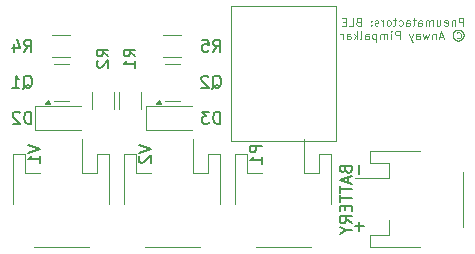
<source format=gbr>
%TF.GenerationSoftware,KiCad,Pcbnew,9.0.1*%
%TF.CreationDate,2025-04-11T12:26:54-04:00*%
%TF.ProjectId,Pneumatactors_1Xiao_CompactControl_Battery,506e6575-6d61-4746-9163-746f72735f31,rev?*%
%TF.SameCoordinates,Original*%
%TF.FileFunction,Legend,Bot*%
%TF.FilePolarity,Positive*%
%FSLAX46Y46*%
G04 Gerber Fmt 4.6, Leading zero omitted, Abs format (unit mm)*
G04 Created by KiCad (PCBNEW 9.0.1) date 2025-04-11 12:26:54*
%MOMM*%
%LPD*%
G01*
G04 APERTURE LIST*
%ADD10C,0.150000*%
%ADD11C,0.100000*%
%ADD12C,0.120000*%
G04 APERTURE END LIST*
D10*
X27158819Y-32722476D02*
X28158819Y-33055809D01*
X28158819Y-33055809D02*
X27158819Y-33389142D01*
X27254057Y-33674857D02*
X27206438Y-33722476D01*
X27206438Y-33722476D02*
X27158819Y-33817714D01*
X27158819Y-33817714D02*
X27158819Y-34055809D01*
X27158819Y-34055809D02*
X27206438Y-34151047D01*
X27206438Y-34151047D02*
X27254057Y-34198666D01*
X27254057Y-34198666D02*
X27349295Y-34246285D01*
X27349295Y-34246285D02*
X27444533Y-34246285D01*
X27444533Y-34246285D02*
X27587390Y-34198666D01*
X27587390Y-34198666D02*
X28158819Y-33627238D01*
X28158819Y-33627238D02*
X28158819Y-34246285D01*
X37556819Y-32793905D02*
X36556819Y-32793905D01*
X36556819Y-32793905D02*
X36556819Y-33174857D01*
X36556819Y-33174857D02*
X36604438Y-33270095D01*
X36604438Y-33270095D02*
X36652057Y-33317714D01*
X36652057Y-33317714D02*
X36747295Y-33365333D01*
X36747295Y-33365333D02*
X36890152Y-33365333D01*
X36890152Y-33365333D02*
X36985390Y-33317714D01*
X36985390Y-33317714D02*
X37033009Y-33270095D01*
X37033009Y-33270095D02*
X37080628Y-33174857D01*
X37080628Y-33174857D02*
X37080628Y-32793905D01*
X37556819Y-34317714D02*
X37556819Y-33746286D01*
X37556819Y-34032000D02*
X36556819Y-34032000D01*
X36556819Y-34032000D02*
X36699676Y-33936762D01*
X36699676Y-33936762D02*
X36794914Y-33841524D01*
X36794914Y-33841524D02*
X36842533Y-33746286D01*
X45811866Y-40008951D02*
X45811866Y-39247047D01*
X46192819Y-39627999D02*
X45430914Y-39627999D01*
X45811866Y-35182951D02*
X45811866Y-34421047D01*
X44653009Y-34841999D02*
X44700628Y-34984856D01*
X44700628Y-34984856D02*
X44748247Y-35032475D01*
X44748247Y-35032475D02*
X44843485Y-35080094D01*
X44843485Y-35080094D02*
X44986342Y-35080094D01*
X44986342Y-35080094D02*
X45081580Y-35032475D01*
X45081580Y-35032475D02*
X45129200Y-34984856D01*
X45129200Y-34984856D02*
X45176819Y-34889618D01*
X45176819Y-34889618D02*
X45176819Y-34508666D01*
X45176819Y-34508666D02*
X44176819Y-34508666D01*
X44176819Y-34508666D02*
X44176819Y-34841999D01*
X44176819Y-34841999D02*
X44224438Y-34937237D01*
X44224438Y-34937237D02*
X44272057Y-34984856D01*
X44272057Y-34984856D02*
X44367295Y-35032475D01*
X44367295Y-35032475D02*
X44462533Y-35032475D01*
X44462533Y-35032475D02*
X44557771Y-34984856D01*
X44557771Y-34984856D02*
X44605390Y-34937237D01*
X44605390Y-34937237D02*
X44653009Y-34841999D01*
X44653009Y-34841999D02*
X44653009Y-34508666D01*
X44891104Y-35461047D02*
X44891104Y-35937237D01*
X45176819Y-35365809D02*
X44176819Y-35699142D01*
X44176819Y-35699142D02*
X45176819Y-36032475D01*
X44176819Y-36222952D02*
X44176819Y-36794380D01*
X45176819Y-36508666D02*
X44176819Y-36508666D01*
X44176819Y-36984857D02*
X44176819Y-37556285D01*
X45176819Y-37270571D02*
X44176819Y-37270571D01*
X44653009Y-37889619D02*
X44653009Y-38222952D01*
X45176819Y-38365809D02*
X45176819Y-37889619D01*
X45176819Y-37889619D02*
X44176819Y-37889619D01*
X44176819Y-37889619D02*
X44176819Y-38365809D01*
X45176819Y-39365809D02*
X44700628Y-39032476D01*
X45176819Y-38794381D02*
X44176819Y-38794381D01*
X44176819Y-38794381D02*
X44176819Y-39175333D01*
X44176819Y-39175333D02*
X44224438Y-39270571D01*
X44224438Y-39270571D02*
X44272057Y-39318190D01*
X44272057Y-39318190D02*
X44367295Y-39365809D01*
X44367295Y-39365809D02*
X44510152Y-39365809D01*
X44510152Y-39365809D02*
X44605390Y-39318190D01*
X44605390Y-39318190D02*
X44653009Y-39270571D01*
X44653009Y-39270571D02*
X44700628Y-39175333D01*
X44700628Y-39175333D02*
X44700628Y-38794381D01*
X44700628Y-39984857D02*
X45176819Y-39984857D01*
X44176819Y-39651524D02*
X44700628Y-39984857D01*
X44700628Y-39984857D02*
X44176819Y-40318190D01*
D11*
X54631544Y-22658172D02*
X54631544Y-21958172D01*
X54631544Y-21958172D02*
X54364877Y-21958172D01*
X54364877Y-21958172D02*
X54298211Y-21991505D01*
X54298211Y-21991505D02*
X54264877Y-22024839D01*
X54264877Y-22024839D02*
X54231544Y-22091505D01*
X54231544Y-22091505D02*
X54231544Y-22191505D01*
X54231544Y-22191505D02*
X54264877Y-22258172D01*
X54264877Y-22258172D02*
X54298211Y-22291505D01*
X54298211Y-22291505D02*
X54364877Y-22324839D01*
X54364877Y-22324839D02*
X54631544Y-22324839D01*
X53931544Y-22191505D02*
X53931544Y-22658172D01*
X53931544Y-22258172D02*
X53898211Y-22224839D01*
X53898211Y-22224839D02*
X53831544Y-22191505D01*
X53831544Y-22191505D02*
X53731544Y-22191505D01*
X53731544Y-22191505D02*
X53664877Y-22224839D01*
X53664877Y-22224839D02*
X53631544Y-22291505D01*
X53631544Y-22291505D02*
X53631544Y-22658172D01*
X53031544Y-22624839D02*
X53098211Y-22658172D01*
X53098211Y-22658172D02*
X53231544Y-22658172D01*
X53231544Y-22658172D02*
X53298211Y-22624839D01*
X53298211Y-22624839D02*
X53331544Y-22558172D01*
X53331544Y-22558172D02*
X53331544Y-22291505D01*
X53331544Y-22291505D02*
X53298211Y-22224839D01*
X53298211Y-22224839D02*
X53231544Y-22191505D01*
X53231544Y-22191505D02*
X53098211Y-22191505D01*
X53098211Y-22191505D02*
X53031544Y-22224839D01*
X53031544Y-22224839D02*
X52998211Y-22291505D01*
X52998211Y-22291505D02*
X52998211Y-22358172D01*
X52998211Y-22358172D02*
X53331544Y-22424839D01*
X52398211Y-22191505D02*
X52398211Y-22658172D01*
X52698211Y-22191505D02*
X52698211Y-22558172D01*
X52698211Y-22558172D02*
X52664878Y-22624839D01*
X52664878Y-22624839D02*
X52598211Y-22658172D01*
X52598211Y-22658172D02*
X52498211Y-22658172D01*
X52498211Y-22658172D02*
X52431544Y-22624839D01*
X52431544Y-22624839D02*
X52398211Y-22591505D01*
X52064878Y-22658172D02*
X52064878Y-22191505D01*
X52064878Y-22258172D02*
X52031545Y-22224839D01*
X52031545Y-22224839D02*
X51964878Y-22191505D01*
X51964878Y-22191505D02*
X51864878Y-22191505D01*
X51864878Y-22191505D02*
X51798211Y-22224839D01*
X51798211Y-22224839D02*
X51764878Y-22291505D01*
X51764878Y-22291505D02*
X51764878Y-22658172D01*
X51764878Y-22291505D02*
X51731545Y-22224839D01*
X51731545Y-22224839D02*
X51664878Y-22191505D01*
X51664878Y-22191505D02*
X51564878Y-22191505D01*
X51564878Y-22191505D02*
X51498211Y-22224839D01*
X51498211Y-22224839D02*
X51464878Y-22291505D01*
X51464878Y-22291505D02*
X51464878Y-22658172D01*
X50831545Y-22658172D02*
X50831545Y-22291505D01*
X50831545Y-22291505D02*
X50864878Y-22224839D01*
X50864878Y-22224839D02*
X50931545Y-22191505D01*
X50931545Y-22191505D02*
X51064878Y-22191505D01*
X51064878Y-22191505D02*
X51131545Y-22224839D01*
X50831545Y-22624839D02*
X50898212Y-22658172D01*
X50898212Y-22658172D02*
X51064878Y-22658172D01*
X51064878Y-22658172D02*
X51131545Y-22624839D01*
X51131545Y-22624839D02*
X51164878Y-22558172D01*
X51164878Y-22558172D02*
X51164878Y-22491505D01*
X51164878Y-22491505D02*
X51131545Y-22424839D01*
X51131545Y-22424839D02*
X51064878Y-22391505D01*
X51064878Y-22391505D02*
X50898212Y-22391505D01*
X50898212Y-22391505D02*
X50831545Y-22358172D01*
X50598212Y-22191505D02*
X50331545Y-22191505D01*
X50498212Y-21958172D02*
X50498212Y-22558172D01*
X50498212Y-22558172D02*
X50464879Y-22624839D01*
X50464879Y-22624839D02*
X50398212Y-22658172D01*
X50398212Y-22658172D02*
X50331545Y-22658172D01*
X49798212Y-22658172D02*
X49798212Y-22291505D01*
X49798212Y-22291505D02*
X49831545Y-22224839D01*
X49831545Y-22224839D02*
X49898212Y-22191505D01*
X49898212Y-22191505D02*
X50031545Y-22191505D01*
X50031545Y-22191505D02*
X50098212Y-22224839D01*
X49798212Y-22624839D02*
X49864879Y-22658172D01*
X49864879Y-22658172D02*
X50031545Y-22658172D01*
X50031545Y-22658172D02*
X50098212Y-22624839D01*
X50098212Y-22624839D02*
X50131545Y-22558172D01*
X50131545Y-22558172D02*
X50131545Y-22491505D01*
X50131545Y-22491505D02*
X50098212Y-22424839D01*
X50098212Y-22424839D02*
X50031545Y-22391505D01*
X50031545Y-22391505D02*
X49864879Y-22391505D01*
X49864879Y-22391505D02*
X49798212Y-22358172D01*
X49164879Y-22624839D02*
X49231546Y-22658172D01*
X49231546Y-22658172D02*
X49364879Y-22658172D01*
X49364879Y-22658172D02*
X49431546Y-22624839D01*
X49431546Y-22624839D02*
X49464879Y-22591505D01*
X49464879Y-22591505D02*
X49498212Y-22524839D01*
X49498212Y-22524839D02*
X49498212Y-22324839D01*
X49498212Y-22324839D02*
X49464879Y-22258172D01*
X49464879Y-22258172D02*
X49431546Y-22224839D01*
X49431546Y-22224839D02*
X49364879Y-22191505D01*
X49364879Y-22191505D02*
X49231546Y-22191505D01*
X49231546Y-22191505D02*
X49164879Y-22224839D01*
X48964879Y-22191505D02*
X48698212Y-22191505D01*
X48864879Y-21958172D02*
X48864879Y-22558172D01*
X48864879Y-22558172D02*
X48831546Y-22624839D01*
X48831546Y-22624839D02*
X48764879Y-22658172D01*
X48764879Y-22658172D02*
X48698212Y-22658172D01*
X48364879Y-22658172D02*
X48431546Y-22624839D01*
X48431546Y-22624839D02*
X48464879Y-22591505D01*
X48464879Y-22591505D02*
X48498212Y-22524839D01*
X48498212Y-22524839D02*
X48498212Y-22324839D01*
X48498212Y-22324839D02*
X48464879Y-22258172D01*
X48464879Y-22258172D02*
X48431546Y-22224839D01*
X48431546Y-22224839D02*
X48364879Y-22191505D01*
X48364879Y-22191505D02*
X48264879Y-22191505D01*
X48264879Y-22191505D02*
X48198212Y-22224839D01*
X48198212Y-22224839D02*
X48164879Y-22258172D01*
X48164879Y-22258172D02*
X48131546Y-22324839D01*
X48131546Y-22324839D02*
X48131546Y-22524839D01*
X48131546Y-22524839D02*
X48164879Y-22591505D01*
X48164879Y-22591505D02*
X48198212Y-22624839D01*
X48198212Y-22624839D02*
X48264879Y-22658172D01*
X48264879Y-22658172D02*
X48364879Y-22658172D01*
X47831546Y-22658172D02*
X47831546Y-22191505D01*
X47831546Y-22324839D02*
X47798213Y-22258172D01*
X47798213Y-22258172D02*
X47764879Y-22224839D01*
X47764879Y-22224839D02*
X47698213Y-22191505D01*
X47698213Y-22191505D02*
X47631546Y-22191505D01*
X47431546Y-22624839D02*
X47364880Y-22658172D01*
X47364880Y-22658172D02*
X47231546Y-22658172D01*
X47231546Y-22658172D02*
X47164880Y-22624839D01*
X47164880Y-22624839D02*
X47131546Y-22558172D01*
X47131546Y-22558172D02*
X47131546Y-22524839D01*
X47131546Y-22524839D02*
X47164880Y-22458172D01*
X47164880Y-22458172D02*
X47231546Y-22424839D01*
X47231546Y-22424839D02*
X47331546Y-22424839D01*
X47331546Y-22424839D02*
X47398213Y-22391505D01*
X47398213Y-22391505D02*
X47431546Y-22324839D01*
X47431546Y-22324839D02*
X47431546Y-22291505D01*
X47431546Y-22291505D02*
X47398213Y-22224839D01*
X47398213Y-22224839D02*
X47331546Y-22191505D01*
X47331546Y-22191505D02*
X47231546Y-22191505D01*
X47231546Y-22191505D02*
X47164880Y-22224839D01*
X46831546Y-22591505D02*
X46798213Y-22624839D01*
X46798213Y-22624839D02*
X46831546Y-22658172D01*
X46831546Y-22658172D02*
X46864879Y-22624839D01*
X46864879Y-22624839D02*
X46831546Y-22591505D01*
X46831546Y-22591505D02*
X46831546Y-22658172D01*
X46831546Y-22224839D02*
X46798213Y-22258172D01*
X46798213Y-22258172D02*
X46831546Y-22291505D01*
X46831546Y-22291505D02*
X46864879Y-22258172D01*
X46864879Y-22258172D02*
X46831546Y-22224839D01*
X46831546Y-22224839D02*
X46831546Y-22291505D01*
X45731547Y-22291505D02*
X45631547Y-22324839D01*
X45631547Y-22324839D02*
X45598213Y-22358172D01*
X45598213Y-22358172D02*
X45564880Y-22424839D01*
X45564880Y-22424839D02*
X45564880Y-22524839D01*
X45564880Y-22524839D02*
X45598213Y-22591505D01*
X45598213Y-22591505D02*
X45631547Y-22624839D01*
X45631547Y-22624839D02*
X45698213Y-22658172D01*
X45698213Y-22658172D02*
X45964880Y-22658172D01*
X45964880Y-22658172D02*
X45964880Y-21958172D01*
X45964880Y-21958172D02*
X45731547Y-21958172D01*
X45731547Y-21958172D02*
X45664880Y-21991505D01*
X45664880Y-21991505D02*
X45631547Y-22024839D01*
X45631547Y-22024839D02*
X45598213Y-22091505D01*
X45598213Y-22091505D02*
X45598213Y-22158172D01*
X45598213Y-22158172D02*
X45631547Y-22224839D01*
X45631547Y-22224839D02*
X45664880Y-22258172D01*
X45664880Y-22258172D02*
X45731547Y-22291505D01*
X45731547Y-22291505D02*
X45964880Y-22291505D01*
X44931547Y-22658172D02*
X45264880Y-22658172D01*
X45264880Y-22658172D02*
X45264880Y-21958172D01*
X44698213Y-22291505D02*
X44464880Y-22291505D01*
X44364880Y-22658172D02*
X44698213Y-22658172D01*
X44698213Y-22658172D02*
X44698213Y-21958172D01*
X44698213Y-21958172D02*
X44364880Y-21958172D01*
X54064877Y-23251800D02*
X54131544Y-23218466D01*
X54131544Y-23218466D02*
X54264877Y-23218466D01*
X54264877Y-23218466D02*
X54331544Y-23251800D01*
X54331544Y-23251800D02*
X54398211Y-23318466D01*
X54398211Y-23318466D02*
X54431544Y-23385133D01*
X54431544Y-23385133D02*
X54431544Y-23518466D01*
X54431544Y-23518466D02*
X54398211Y-23585133D01*
X54398211Y-23585133D02*
X54331544Y-23651800D01*
X54331544Y-23651800D02*
X54264877Y-23685133D01*
X54264877Y-23685133D02*
X54131544Y-23685133D01*
X54131544Y-23685133D02*
X54064877Y-23651800D01*
X54198211Y-22985133D02*
X54364877Y-23018466D01*
X54364877Y-23018466D02*
X54531544Y-23118466D01*
X54531544Y-23118466D02*
X54631544Y-23285133D01*
X54631544Y-23285133D02*
X54664877Y-23451800D01*
X54664877Y-23451800D02*
X54631544Y-23618466D01*
X54631544Y-23618466D02*
X54531544Y-23785133D01*
X54531544Y-23785133D02*
X54364877Y-23885133D01*
X54364877Y-23885133D02*
X54198211Y-23918466D01*
X54198211Y-23918466D02*
X54031544Y-23885133D01*
X54031544Y-23885133D02*
X53864877Y-23785133D01*
X53864877Y-23785133D02*
X53764877Y-23618466D01*
X53764877Y-23618466D02*
X53731544Y-23451800D01*
X53731544Y-23451800D02*
X53764877Y-23285133D01*
X53764877Y-23285133D02*
X53864877Y-23118466D01*
X53864877Y-23118466D02*
X54031544Y-23018466D01*
X54031544Y-23018466D02*
X54198211Y-22985133D01*
X52931544Y-23585133D02*
X52598211Y-23585133D01*
X52998211Y-23785133D02*
X52764878Y-23085133D01*
X52764878Y-23085133D02*
X52531544Y-23785133D01*
X52298211Y-23318466D02*
X52298211Y-23785133D01*
X52298211Y-23385133D02*
X52264878Y-23351800D01*
X52264878Y-23351800D02*
X52198211Y-23318466D01*
X52198211Y-23318466D02*
X52098211Y-23318466D01*
X52098211Y-23318466D02*
X52031544Y-23351800D01*
X52031544Y-23351800D02*
X51998211Y-23418466D01*
X51998211Y-23418466D02*
X51998211Y-23785133D01*
X51731545Y-23318466D02*
X51598211Y-23785133D01*
X51598211Y-23785133D02*
X51464878Y-23451800D01*
X51464878Y-23451800D02*
X51331545Y-23785133D01*
X51331545Y-23785133D02*
X51198211Y-23318466D01*
X50631545Y-23785133D02*
X50631545Y-23418466D01*
X50631545Y-23418466D02*
X50664878Y-23351800D01*
X50664878Y-23351800D02*
X50731545Y-23318466D01*
X50731545Y-23318466D02*
X50864878Y-23318466D01*
X50864878Y-23318466D02*
X50931545Y-23351800D01*
X50631545Y-23751800D02*
X50698212Y-23785133D01*
X50698212Y-23785133D02*
X50864878Y-23785133D01*
X50864878Y-23785133D02*
X50931545Y-23751800D01*
X50931545Y-23751800D02*
X50964878Y-23685133D01*
X50964878Y-23685133D02*
X50964878Y-23618466D01*
X50964878Y-23618466D02*
X50931545Y-23551800D01*
X50931545Y-23551800D02*
X50864878Y-23518466D01*
X50864878Y-23518466D02*
X50698212Y-23518466D01*
X50698212Y-23518466D02*
X50631545Y-23485133D01*
X50364879Y-23318466D02*
X50198212Y-23785133D01*
X50031545Y-23318466D02*
X50198212Y-23785133D01*
X50198212Y-23785133D02*
X50264879Y-23951800D01*
X50264879Y-23951800D02*
X50298212Y-23985133D01*
X50298212Y-23985133D02*
X50364879Y-24018466D01*
X49231546Y-23785133D02*
X49231546Y-23085133D01*
X49231546Y-23085133D02*
X48964879Y-23085133D01*
X48964879Y-23085133D02*
X48898213Y-23118466D01*
X48898213Y-23118466D02*
X48864879Y-23151800D01*
X48864879Y-23151800D02*
X48831546Y-23218466D01*
X48831546Y-23218466D02*
X48831546Y-23318466D01*
X48831546Y-23318466D02*
X48864879Y-23385133D01*
X48864879Y-23385133D02*
X48898213Y-23418466D01*
X48898213Y-23418466D02*
X48964879Y-23451800D01*
X48964879Y-23451800D02*
X49231546Y-23451800D01*
X48531546Y-23785133D02*
X48531546Y-23318466D01*
X48531546Y-23085133D02*
X48564879Y-23118466D01*
X48564879Y-23118466D02*
X48531546Y-23151800D01*
X48531546Y-23151800D02*
X48498213Y-23118466D01*
X48498213Y-23118466D02*
X48531546Y-23085133D01*
X48531546Y-23085133D02*
X48531546Y-23151800D01*
X48198213Y-23785133D02*
X48198213Y-23318466D01*
X48198213Y-23385133D02*
X48164880Y-23351800D01*
X48164880Y-23351800D02*
X48098213Y-23318466D01*
X48098213Y-23318466D02*
X47998213Y-23318466D01*
X47998213Y-23318466D02*
X47931546Y-23351800D01*
X47931546Y-23351800D02*
X47898213Y-23418466D01*
X47898213Y-23418466D02*
X47898213Y-23785133D01*
X47898213Y-23418466D02*
X47864880Y-23351800D01*
X47864880Y-23351800D02*
X47798213Y-23318466D01*
X47798213Y-23318466D02*
X47698213Y-23318466D01*
X47698213Y-23318466D02*
X47631546Y-23351800D01*
X47631546Y-23351800D02*
X47598213Y-23418466D01*
X47598213Y-23418466D02*
X47598213Y-23785133D01*
X47264880Y-23318466D02*
X47264880Y-24018466D01*
X47264880Y-23351800D02*
X47198213Y-23318466D01*
X47198213Y-23318466D02*
X47064880Y-23318466D01*
X47064880Y-23318466D02*
X46998213Y-23351800D01*
X46998213Y-23351800D02*
X46964880Y-23385133D01*
X46964880Y-23385133D02*
X46931547Y-23451800D01*
X46931547Y-23451800D02*
X46931547Y-23651800D01*
X46931547Y-23651800D02*
X46964880Y-23718466D01*
X46964880Y-23718466D02*
X46998213Y-23751800D01*
X46998213Y-23751800D02*
X47064880Y-23785133D01*
X47064880Y-23785133D02*
X47198213Y-23785133D01*
X47198213Y-23785133D02*
X47264880Y-23751800D01*
X46331547Y-23785133D02*
X46331547Y-23418466D01*
X46331547Y-23418466D02*
X46364880Y-23351800D01*
X46364880Y-23351800D02*
X46431547Y-23318466D01*
X46431547Y-23318466D02*
X46564880Y-23318466D01*
X46564880Y-23318466D02*
X46631547Y-23351800D01*
X46331547Y-23751800D02*
X46398214Y-23785133D01*
X46398214Y-23785133D02*
X46564880Y-23785133D01*
X46564880Y-23785133D02*
X46631547Y-23751800D01*
X46631547Y-23751800D02*
X46664880Y-23685133D01*
X46664880Y-23685133D02*
X46664880Y-23618466D01*
X46664880Y-23618466D02*
X46631547Y-23551800D01*
X46631547Y-23551800D02*
X46564880Y-23518466D01*
X46564880Y-23518466D02*
X46398214Y-23518466D01*
X46398214Y-23518466D02*
X46331547Y-23485133D01*
X45898214Y-23785133D02*
X45964881Y-23751800D01*
X45964881Y-23751800D02*
X45998214Y-23685133D01*
X45998214Y-23685133D02*
X45998214Y-23085133D01*
X45631547Y-23785133D02*
X45631547Y-23085133D01*
X45564880Y-23518466D02*
X45364880Y-23785133D01*
X45364880Y-23318466D02*
X45631547Y-23585133D01*
X44764880Y-23785133D02*
X44764880Y-23418466D01*
X44764880Y-23418466D02*
X44798213Y-23351800D01*
X44798213Y-23351800D02*
X44864880Y-23318466D01*
X44864880Y-23318466D02*
X44998213Y-23318466D01*
X44998213Y-23318466D02*
X45064880Y-23351800D01*
X44764880Y-23751800D02*
X44831547Y-23785133D01*
X44831547Y-23785133D02*
X44998213Y-23785133D01*
X44998213Y-23785133D02*
X45064880Y-23751800D01*
X45064880Y-23751800D02*
X45098213Y-23685133D01*
X45098213Y-23685133D02*
X45098213Y-23618466D01*
X45098213Y-23618466D02*
X45064880Y-23551800D01*
X45064880Y-23551800D02*
X44998213Y-23518466D01*
X44998213Y-23518466D02*
X44831547Y-23518466D01*
X44831547Y-23518466D02*
X44764880Y-23485133D01*
X44431547Y-23785133D02*
X44431547Y-23318466D01*
X44431547Y-23451800D02*
X44398214Y-23385133D01*
X44398214Y-23385133D02*
X44364880Y-23351800D01*
X44364880Y-23351800D02*
X44298214Y-23318466D01*
X44298214Y-23318466D02*
X44231547Y-23318466D01*
D10*
X17760819Y-32722476D02*
X18760819Y-33055809D01*
X18760819Y-33055809D02*
X17760819Y-33389142D01*
X18760819Y-34246285D02*
X18760819Y-33674857D01*
X18760819Y-33960571D02*
X17760819Y-33960571D01*
X17760819Y-33960571D02*
X17903676Y-33865333D01*
X17903676Y-33865333D02*
X17998914Y-33770095D01*
X17998914Y-33770095D02*
X18046533Y-33674857D01*
X33369238Y-27982057D02*
X33464476Y-27934438D01*
X33464476Y-27934438D02*
X33559714Y-27839200D01*
X33559714Y-27839200D02*
X33702571Y-27696342D01*
X33702571Y-27696342D02*
X33797809Y-27648723D01*
X33797809Y-27648723D02*
X33893047Y-27648723D01*
X33845428Y-27886819D02*
X33940666Y-27839200D01*
X33940666Y-27839200D02*
X34035904Y-27743961D01*
X34035904Y-27743961D02*
X34083523Y-27553485D01*
X34083523Y-27553485D02*
X34083523Y-27220152D01*
X34083523Y-27220152D02*
X34035904Y-27029676D01*
X34035904Y-27029676D02*
X33940666Y-26934438D01*
X33940666Y-26934438D02*
X33845428Y-26886819D01*
X33845428Y-26886819D02*
X33654952Y-26886819D01*
X33654952Y-26886819D02*
X33559714Y-26934438D01*
X33559714Y-26934438D02*
X33464476Y-27029676D01*
X33464476Y-27029676D02*
X33416857Y-27220152D01*
X33416857Y-27220152D02*
X33416857Y-27553485D01*
X33416857Y-27553485D02*
X33464476Y-27743961D01*
X33464476Y-27743961D02*
X33559714Y-27839200D01*
X33559714Y-27839200D02*
X33654952Y-27886819D01*
X33654952Y-27886819D02*
X33845428Y-27886819D01*
X33035904Y-26982057D02*
X32988285Y-26934438D01*
X32988285Y-26934438D02*
X32893047Y-26886819D01*
X32893047Y-26886819D02*
X32654952Y-26886819D01*
X32654952Y-26886819D02*
X32559714Y-26934438D01*
X32559714Y-26934438D02*
X32512095Y-26982057D01*
X32512095Y-26982057D02*
X32464476Y-27077295D01*
X32464476Y-27077295D02*
X32464476Y-27172533D01*
X32464476Y-27172533D02*
X32512095Y-27315390D01*
X32512095Y-27315390D02*
X33083523Y-27886819D01*
X33083523Y-27886819D02*
X32464476Y-27886819D01*
X26870819Y-25233333D02*
X26394628Y-24900000D01*
X26870819Y-24661905D02*
X25870819Y-24661905D01*
X25870819Y-24661905D02*
X25870819Y-25042857D01*
X25870819Y-25042857D02*
X25918438Y-25138095D01*
X25918438Y-25138095D02*
X25966057Y-25185714D01*
X25966057Y-25185714D02*
X26061295Y-25233333D01*
X26061295Y-25233333D02*
X26204152Y-25233333D01*
X26204152Y-25233333D02*
X26299390Y-25185714D01*
X26299390Y-25185714D02*
X26347009Y-25138095D01*
X26347009Y-25138095D02*
X26394628Y-25042857D01*
X26394628Y-25042857D02*
X26394628Y-24661905D01*
X26870819Y-26185714D02*
X26870819Y-25614286D01*
X26870819Y-25900000D02*
X25870819Y-25900000D01*
X25870819Y-25900000D02*
X26013676Y-25804762D01*
X26013676Y-25804762D02*
X26108914Y-25709524D01*
X26108914Y-25709524D02*
X26156533Y-25614286D01*
X33440666Y-24838819D02*
X33773999Y-24362628D01*
X34012094Y-24838819D02*
X34012094Y-23838819D01*
X34012094Y-23838819D02*
X33631142Y-23838819D01*
X33631142Y-23838819D02*
X33535904Y-23886438D01*
X33535904Y-23886438D02*
X33488285Y-23934057D01*
X33488285Y-23934057D02*
X33440666Y-24029295D01*
X33440666Y-24029295D02*
X33440666Y-24172152D01*
X33440666Y-24172152D02*
X33488285Y-24267390D01*
X33488285Y-24267390D02*
X33535904Y-24315009D01*
X33535904Y-24315009D02*
X33631142Y-24362628D01*
X33631142Y-24362628D02*
X34012094Y-24362628D01*
X32535904Y-23838819D02*
X33012094Y-23838819D01*
X33012094Y-23838819D02*
X33059713Y-24315009D01*
X33059713Y-24315009D02*
X33012094Y-24267390D01*
X33012094Y-24267390D02*
X32916856Y-24219771D01*
X32916856Y-24219771D02*
X32678761Y-24219771D01*
X32678761Y-24219771D02*
X32583523Y-24267390D01*
X32583523Y-24267390D02*
X32535904Y-24315009D01*
X32535904Y-24315009D02*
X32488285Y-24410247D01*
X32488285Y-24410247D02*
X32488285Y-24648342D01*
X32488285Y-24648342D02*
X32535904Y-24743580D01*
X32535904Y-24743580D02*
X32583523Y-24791200D01*
X32583523Y-24791200D02*
X32678761Y-24838819D01*
X32678761Y-24838819D02*
X32916856Y-24838819D01*
X32916856Y-24838819D02*
X33012094Y-24791200D01*
X33012094Y-24791200D02*
X33059713Y-24743580D01*
X17367238Y-27982057D02*
X17462476Y-27934438D01*
X17462476Y-27934438D02*
X17557714Y-27839200D01*
X17557714Y-27839200D02*
X17700571Y-27696342D01*
X17700571Y-27696342D02*
X17795809Y-27648723D01*
X17795809Y-27648723D02*
X17891047Y-27648723D01*
X17843428Y-27886819D02*
X17938666Y-27839200D01*
X17938666Y-27839200D02*
X18033904Y-27743961D01*
X18033904Y-27743961D02*
X18081523Y-27553485D01*
X18081523Y-27553485D02*
X18081523Y-27220152D01*
X18081523Y-27220152D02*
X18033904Y-27029676D01*
X18033904Y-27029676D02*
X17938666Y-26934438D01*
X17938666Y-26934438D02*
X17843428Y-26886819D01*
X17843428Y-26886819D02*
X17652952Y-26886819D01*
X17652952Y-26886819D02*
X17557714Y-26934438D01*
X17557714Y-26934438D02*
X17462476Y-27029676D01*
X17462476Y-27029676D02*
X17414857Y-27220152D01*
X17414857Y-27220152D02*
X17414857Y-27553485D01*
X17414857Y-27553485D02*
X17462476Y-27743961D01*
X17462476Y-27743961D02*
X17557714Y-27839200D01*
X17557714Y-27839200D02*
X17652952Y-27886819D01*
X17652952Y-27886819D02*
X17843428Y-27886819D01*
X16462476Y-27886819D02*
X17033904Y-27886819D01*
X16748190Y-27886819D02*
X16748190Y-26886819D01*
X16748190Y-26886819D02*
X16843428Y-27029676D01*
X16843428Y-27029676D02*
X16938666Y-27124914D01*
X16938666Y-27124914D02*
X17033904Y-27172533D01*
X18010094Y-30934819D02*
X18010094Y-29934819D01*
X18010094Y-29934819D02*
X17771999Y-29934819D01*
X17771999Y-29934819D02*
X17629142Y-29982438D01*
X17629142Y-29982438D02*
X17533904Y-30077676D01*
X17533904Y-30077676D02*
X17486285Y-30172914D01*
X17486285Y-30172914D02*
X17438666Y-30363390D01*
X17438666Y-30363390D02*
X17438666Y-30506247D01*
X17438666Y-30506247D02*
X17486285Y-30696723D01*
X17486285Y-30696723D02*
X17533904Y-30791961D01*
X17533904Y-30791961D02*
X17629142Y-30887200D01*
X17629142Y-30887200D02*
X17771999Y-30934819D01*
X17771999Y-30934819D02*
X18010094Y-30934819D01*
X17057713Y-30030057D02*
X17010094Y-29982438D01*
X17010094Y-29982438D02*
X16914856Y-29934819D01*
X16914856Y-29934819D02*
X16676761Y-29934819D01*
X16676761Y-29934819D02*
X16581523Y-29982438D01*
X16581523Y-29982438D02*
X16533904Y-30030057D01*
X16533904Y-30030057D02*
X16486285Y-30125295D01*
X16486285Y-30125295D02*
X16486285Y-30220533D01*
X16486285Y-30220533D02*
X16533904Y-30363390D01*
X16533904Y-30363390D02*
X17105332Y-30934819D01*
X17105332Y-30934819D02*
X16486285Y-30934819D01*
X34012094Y-30934819D02*
X34012094Y-29934819D01*
X34012094Y-29934819D02*
X33773999Y-29934819D01*
X33773999Y-29934819D02*
X33631142Y-29982438D01*
X33631142Y-29982438D02*
X33535904Y-30077676D01*
X33535904Y-30077676D02*
X33488285Y-30172914D01*
X33488285Y-30172914D02*
X33440666Y-30363390D01*
X33440666Y-30363390D02*
X33440666Y-30506247D01*
X33440666Y-30506247D02*
X33488285Y-30696723D01*
X33488285Y-30696723D02*
X33535904Y-30791961D01*
X33535904Y-30791961D02*
X33631142Y-30887200D01*
X33631142Y-30887200D02*
X33773999Y-30934819D01*
X33773999Y-30934819D02*
X34012094Y-30934819D01*
X33107332Y-29934819D02*
X32488285Y-29934819D01*
X32488285Y-29934819D02*
X32821618Y-30315771D01*
X32821618Y-30315771D02*
X32678761Y-30315771D01*
X32678761Y-30315771D02*
X32583523Y-30363390D01*
X32583523Y-30363390D02*
X32535904Y-30411009D01*
X32535904Y-30411009D02*
X32488285Y-30506247D01*
X32488285Y-30506247D02*
X32488285Y-30744342D01*
X32488285Y-30744342D02*
X32535904Y-30839580D01*
X32535904Y-30839580D02*
X32583523Y-30887200D01*
X32583523Y-30887200D02*
X32678761Y-30934819D01*
X32678761Y-30934819D02*
X32964475Y-30934819D01*
X32964475Y-30934819D02*
X33059713Y-30887200D01*
X33059713Y-30887200D02*
X33107332Y-30839580D01*
X24584819Y-25233333D02*
X24108628Y-24900000D01*
X24584819Y-24661905D02*
X23584819Y-24661905D01*
X23584819Y-24661905D02*
X23584819Y-25042857D01*
X23584819Y-25042857D02*
X23632438Y-25138095D01*
X23632438Y-25138095D02*
X23680057Y-25185714D01*
X23680057Y-25185714D02*
X23775295Y-25233333D01*
X23775295Y-25233333D02*
X23918152Y-25233333D01*
X23918152Y-25233333D02*
X24013390Y-25185714D01*
X24013390Y-25185714D02*
X24061009Y-25138095D01*
X24061009Y-25138095D02*
X24108628Y-25042857D01*
X24108628Y-25042857D02*
X24108628Y-24661905D01*
X23680057Y-25614286D02*
X23632438Y-25661905D01*
X23632438Y-25661905D02*
X23584819Y-25757143D01*
X23584819Y-25757143D02*
X23584819Y-25995238D01*
X23584819Y-25995238D02*
X23632438Y-26090476D01*
X23632438Y-26090476D02*
X23680057Y-26138095D01*
X23680057Y-26138095D02*
X23775295Y-26185714D01*
X23775295Y-26185714D02*
X23870533Y-26185714D01*
X23870533Y-26185714D02*
X24013390Y-26138095D01*
X24013390Y-26138095D02*
X24584819Y-25566667D01*
X24584819Y-25566667D02*
X24584819Y-26185714D01*
X17438666Y-24838819D02*
X17771999Y-24362628D01*
X18010094Y-24838819D02*
X18010094Y-23838819D01*
X18010094Y-23838819D02*
X17629142Y-23838819D01*
X17629142Y-23838819D02*
X17533904Y-23886438D01*
X17533904Y-23886438D02*
X17486285Y-23934057D01*
X17486285Y-23934057D02*
X17438666Y-24029295D01*
X17438666Y-24029295D02*
X17438666Y-24172152D01*
X17438666Y-24172152D02*
X17486285Y-24267390D01*
X17486285Y-24267390D02*
X17533904Y-24315009D01*
X17533904Y-24315009D02*
X17629142Y-24362628D01*
X17629142Y-24362628D02*
X18010094Y-24362628D01*
X16581523Y-24172152D02*
X16581523Y-24838819D01*
X16819618Y-23791200D02*
X17057713Y-24505485D01*
X17057713Y-24505485D02*
X16438666Y-24505485D01*
D12*
%TO.C,J3*%
X35328000Y-33524000D02*
X36348000Y-33524000D01*
X35328000Y-37774000D02*
X35328000Y-33524000D01*
X36348000Y-33524000D02*
X36348000Y-35124000D01*
X36348000Y-35124000D02*
X37628000Y-35124000D01*
X41148000Y-35124000D02*
X41148000Y-32234000D01*
X41728000Y-41344000D02*
X37048000Y-41344000D01*
X42428000Y-33524000D02*
X42428000Y-35124000D01*
X42428000Y-35124000D02*
X41148000Y-35124000D01*
X43448000Y-33524000D02*
X42428000Y-33524000D01*
X43448000Y-37774000D02*
X43448000Y-33524000D01*
%TO.C,U3*%
D11*
X34943000Y-32425500D02*
X43833000Y-32425500D01*
X43833000Y-20995500D01*
X34943000Y-20995500D01*
X34943000Y-32425500D01*
D12*
%TO.C,Q2*%
X29990000Y-25876000D02*
X29340000Y-25876000D01*
X29990000Y-25876000D02*
X30640000Y-25876000D01*
X29990000Y-28996000D02*
X29340000Y-28996000D01*
X29990000Y-28996000D02*
X30640000Y-28996000D01*
X29067500Y-29276000D02*
X28587500Y-29276000D01*
X28827500Y-28946000D01*
X29067500Y-29276000D01*
G36*
X29067500Y-29276000D02*
G01*
X28587500Y-29276000D01*
X28827500Y-28946000D01*
X29067500Y-29276000D01*
G37*
%TO.C,R1*%
X25506000Y-29683064D02*
X25506000Y-28228936D01*
X27326000Y-29683064D02*
X27326000Y-28228936D01*
%TO.C,R5*%
X30699064Y-23474000D02*
X29244936Y-23474000D01*
X30699064Y-25294000D02*
X29244936Y-25294000D01*
%TO.C,Q1*%
X20592000Y-25876000D02*
X19942000Y-25876000D01*
X20592000Y-25876000D02*
X21242000Y-25876000D01*
X20592000Y-28996000D02*
X19942000Y-28996000D01*
X20592000Y-28996000D02*
X21242000Y-28996000D01*
X19669500Y-29276000D02*
X19189500Y-29276000D01*
X19429500Y-28946000D01*
X19669500Y-29276000D01*
G36*
X19669500Y-29276000D02*
G01*
X19189500Y-29276000D01*
X19429500Y-28946000D01*
X19669500Y-29276000D01*
G37*
%TO.C,J4*%
X46746000Y-33282000D02*
X46746000Y-34302000D01*
X46746000Y-34302000D02*
X48346000Y-34302000D01*
X46746000Y-40382000D02*
X48346000Y-40382000D01*
X46746000Y-41402000D02*
X46746000Y-40382000D01*
X48346000Y-34302000D02*
X48346000Y-35582000D01*
X48346000Y-35582000D02*
X45456000Y-35582000D01*
X48346000Y-40382000D02*
X48346000Y-39102000D01*
X50996000Y-33282000D02*
X46746000Y-33282000D01*
X50996000Y-41402000D02*
X46746000Y-41402000D01*
X54566000Y-35002000D02*
X54566000Y-39682000D01*
%TO.C,D2*%
X18382000Y-29484000D02*
X22242000Y-29484000D01*
X18382000Y-31484000D02*
X18382000Y-29484000D01*
X18382000Y-31484000D02*
X22242000Y-31484000D01*
%TO.C,D3*%
X27780000Y-29484000D02*
X31640000Y-29484000D01*
X27780000Y-31484000D02*
X27780000Y-29484000D01*
X27780000Y-31484000D02*
X31640000Y-31484000D01*
%TO.C,J1*%
X16532000Y-33524000D02*
X17552000Y-33524000D01*
X16532000Y-37774000D02*
X16532000Y-33524000D01*
X17552000Y-33524000D02*
X17552000Y-35124000D01*
X17552000Y-35124000D02*
X18832000Y-35124000D01*
X22352000Y-35124000D02*
X22352000Y-32234000D01*
X22932000Y-41344000D02*
X18252000Y-41344000D01*
X23632000Y-33524000D02*
X23632000Y-35124000D01*
X23632000Y-35124000D02*
X22352000Y-35124000D01*
X24652000Y-33524000D02*
X23632000Y-33524000D01*
X24652000Y-37774000D02*
X24652000Y-33524000D01*
%TO.C,R2*%
X23220000Y-29683064D02*
X23220000Y-28228936D01*
X25040000Y-29683064D02*
X25040000Y-28228936D01*
%TO.C,J2*%
X25930000Y-33524000D02*
X26950000Y-33524000D01*
X25930000Y-37774000D02*
X25930000Y-33524000D01*
X26950000Y-33524000D02*
X26950000Y-35124000D01*
X26950000Y-35124000D02*
X28230000Y-35124000D01*
X31750000Y-35124000D02*
X31750000Y-32234000D01*
X32330000Y-41344000D02*
X27650000Y-41344000D01*
X33030000Y-33524000D02*
X33030000Y-35124000D01*
X33030000Y-35124000D02*
X31750000Y-35124000D01*
X34050000Y-33524000D02*
X33030000Y-33524000D01*
X34050000Y-37774000D02*
X34050000Y-33524000D01*
%TO.C,R4*%
X21301064Y-23474000D02*
X19846936Y-23474000D01*
X21301064Y-25294000D02*
X19846936Y-25294000D01*
%TD*%
M02*

</source>
